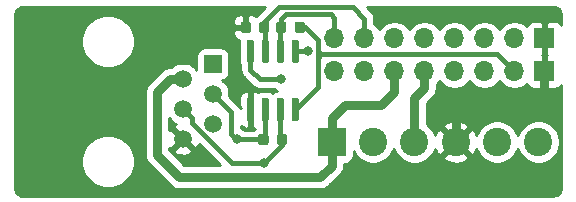
<source format=gbr>
G04 #@! TF.GenerationSoftware,KiCad,Pcbnew,(5.1.5)-3*
G04 #@! TF.CreationDate,2020-08-06T15:18:21+10:00*
G04 #@! TF.ProjectId,USART_BoSL_Bus,55534152-545f-4426-9f53-4c5f4275732e,rev 0.1.1*
G04 #@! TF.SameCoordinates,Original*
G04 #@! TF.FileFunction,Copper,L1,Top*
G04 #@! TF.FilePolarity,Positive*
%FSLAX46Y46*%
G04 Gerber Fmt 4.6, Leading zero omitted, Abs format (unit mm)*
G04 Created by KiCad (PCBNEW (5.1.5)-3) date 2020-08-06 15:18:21*
%MOMM*%
%LPD*%
G04 APERTURE LIST*
%ADD10O,1.700000X1.700000*%
%ADD11R,1.700000X1.700000*%
%ADD12C,2.400000*%
%ADD13R,2.400000X2.400000*%
%ADD14C,0.150000*%
%ADD15R,1.520000X1.520000*%
%ADD16C,1.520000*%
%ADD17C,0.800000*%
%ADD18C,0.800000*%
%ADD19C,0.400000*%
%ADD20C,0.254000*%
G04 APERTURE END LIST*
D10*
X133220000Y-118745000D03*
X135760000Y-118745000D03*
X138300000Y-118745000D03*
X140840000Y-118745000D03*
X143380000Y-118745000D03*
X145920000Y-118745000D03*
X148460000Y-118745000D03*
D11*
X151000000Y-118745000D03*
D10*
X133220000Y-115951000D03*
X135760000Y-115951000D03*
X138300000Y-115951000D03*
X140840000Y-115951000D03*
X143380000Y-115951000D03*
X145920000Y-115951000D03*
X148460000Y-115951000D03*
D11*
X151000000Y-115951000D03*
D12*
X150500000Y-124714000D03*
X147000000Y-124714000D03*
X143500000Y-124714000D03*
X140000000Y-124714000D03*
X136500000Y-124714000D03*
D13*
X133000000Y-124714000D03*
G04 #@! TA.AperFunction,SMDPad,CuDef*
D14*
G36*
X130069703Y-121000722D02*
G01*
X130084264Y-121002882D01*
X130098543Y-121006459D01*
X130112403Y-121011418D01*
X130125710Y-121017712D01*
X130138336Y-121025280D01*
X130150159Y-121034048D01*
X130161066Y-121043934D01*
X130170952Y-121054841D01*
X130179720Y-121066664D01*
X130187288Y-121079290D01*
X130193582Y-121092597D01*
X130198541Y-121106457D01*
X130202118Y-121120736D01*
X130204278Y-121135297D01*
X130205000Y-121150000D01*
X130205000Y-122800000D01*
X130204278Y-122814703D01*
X130202118Y-122829264D01*
X130198541Y-122843543D01*
X130193582Y-122857403D01*
X130187288Y-122870710D01*
X130179720Y-122883336D01*
X130170952Y-122895159D01*
X130161066Y-122906066D01*
X130150159Y-122915952D01*
X130138336Y-122924720D01*
X130125710Y-122932288D01*
X130112403Y-122938582D01*
X130098543Y-122943541D01*
X130084264Y-122947118D01*
X130069703Y-122949278D01*
X130055000Y-122950000D01*
X129755000Y-122950000D01*
X129740297Y-122949278D01*
X129725736Y-122947118D01*
X129711457Y-122943541D01*
X129697597Y-122938582D01*
X129684290Y-122932288D01*
X129671664Y-122924720D01*
X129659841Y-122915952D01*
X129648934Y-122906066D01*
X129639048Y-122895159D01*
X129630280Y-122883336D01*
X129622712Y-122870710D01*
X129616418Y-122857403D01*
X129611459Y-122843543D01*
X129607882Y-122829264D01*
X129605722Y-122814703D01*
X129605000Y-122800000D01*
X129605000Y-121150000D01*
X129605722Y-121135297D01*
X129607882Y-121120736D01*
X129611459Y-121106457D01*
X129616418Y-121092597D01*
X129622712Y-121079290D01*
X129630280Y-121066664D01*
X129639048Y-121054841D01*
X129648934Y-121043934D01*
X129659841Y-121034048D01*
X129671664Y-121025280D01*
X129684290Y-121017712D01*
X129697597Y-121011418D01*
X129711457Y-121006459D01*
X129725736Y-121002882D01*
X129740297Y-121000722D01*
X129755000Y-121000000D01*
X130055000Y-121000000D01*
X130069703Y-121000722D01*
G37*
G04 #@! TD.AperFunction*
G04 #@! TA.AperFunction,SMDPad,CuDef*
G36*
X128799703Y-121000722D02*
G01*
X128814264Y-121002882D01*
X128828543Y-121006459D01*
X128842403Y-121011418D01*
X128855710Y-121017712D01*
X128868336Y-121025280D01*
X128880159Y-121034048D01*
X128891066Y-121043934D01*
X128900952Y-121054841D01*
X128909720Y-121066664D01*
X128917288Y-121079290D01*
X128923582Y-121092597D01*
X128928541Y-121106457D01*
X128932118Y-121120736D01*
X128934278Y-121135297D01*
X128935000Y-121150000D01*
X128935000Y-122800000D01*
X128934278Y-122814703D01*
X128932118Y-122829264D01*
X128928541Y-122843543D01*
X128923582Y-122857403D01*
X128917288Y-122870710D01*
X128909720Y-122883336D01*
X128900952Y-122895159D01*
X128891066Y-122906066D01*
X128880159Y-122915952D01*
X128868336Y-122924720D01*
X128855710Y-122932288D01*
X128842403Y-122938582D01*
X128828543Y-122943541D01*
X128814264Y-122947118D01*
X128799703Y-122949278D01*
X128785000Y-122950000D01*
X128485000Y-122950000D01*
X128470297Y-122949278D01*
X128455736Y-122947118D01*
X128441457Y-122943541D01*
X128427597Y-122938582D01*
X128414290Y-122932288D01*
X128401664Y-122924720D01*
X128389841Y-122915952D01*
X128378934Y-122906066D01*
X128369048Y-122895159D01*
X128360280Y-122883336D01*
X128352712Y-122870710D01*
X128346418Y-122857403D01*
X128341459Y-122843543D01*
X128337882Y-122829264D01*
X128335722Y-122814703D01*
X128335000Y-122800000D01*
X128335000Y-121150000D01*
X128335722Y-121135297D01*
X128337882Y-121120736D01*
X128341459Y-121106457D01*
X128346418Y-121092597D01*
X128352712Y-121079290D01*
X128360280Y-121066664D01*
X128369048Y-121054841D01*
X128378934Y-121043934D01*
X128389841Y-121034048D01*
X128401664Y-121025280D01*
X128414290Y-121017712D01*
X128427597Y-121011418D01*
X128441457Y-121006459D01*
X128455736Y-121002882D01*
X128470297Y-121000722D01*
X128485000Y-121000000D01*
X128785000Y-121000000D01*
X128799703Y-121000722D01*
G37*
G04 #@! TD.AperFunction*
G04 #@! TA.AperFunction,SMDPad,CuDef*
G36*
X127529703Y-121000722D02*
G01*
X127544264Y-121002882D01*
X127558543Y-121006459D01*
X127572403Y-121011418D01*
X127585710Y-121017712D01*
X127598336Y-121025280D01*
X127610159Y-121034048D01*
X127621066Y-121043934D01*
X127630952Y-121054841D01*
X127639720Y-121066664D01*
X127647288Y-121079290D01*
X127653582Y-121092597D01*
X127658541Y-121106457D01*
X127662118Y-121120736D01*
X127664278Y-121135297D01*
X127665000Y-121150000D01*
X127665000Y-122800000D01*
X127664278Y-122814703D01*
X127662118Y-122829264D01*
X127658541Y-122843543D01*
X127653582Y-122857403D01*
X127647288Y-122870710D01*
X127639720Y-122883336D01*
X127630952Y-122895159D01*
X127621066Y-122906066D01*
X127610159Y-122915952D01*
X127598336Y-122924720D01*
X127585710Y-122932288D01*
X127572403Y-122938582D01*
X127558543Y-122943541D01*
X127544264Y-122947118D01*
X127529703Y-122949278D01*
X127515000Y-122950000D01*
X127215000Y-122950000D01*
X127200297Y-122949278D01*
X127185736Y-122947118D01*
X127171457Y-122943541D01*
X127157597Y-122938582D01*
X127144290Y-122932288D01*
X127131664Y-122924720D01*
X127119841Y-122915952D01*
X127108934Y-122906066D01*
X127099048Y-122895159D01*
X127090280Y-122883336D01*
X127082712Y-122870710D01*
X127076418Y-122857403D01*
X127071459Y-122843543D01*
X127067882Y-122829264D01*
X127065722Y-122814703D01*
X127065000Y-122800000D01*
X127065000Y-121150000D01*
X127065722Y-121135297D01*
X127067882Y-121120736D01*
X127071459Y-121106457D01*
X127076418Y-121092597D01*
X127082712Y-121079290D01*
X127090280Y-121066664D01*
X127099048Y-121054841D01*
X127108934Y-121043934D01*
X127119841Y-121034048D01*
X127131664Y-121025280D01*
X127144290Y-121017712D01*
X127157597Y-121011418D01*
X127171457Y-121006459D01*
X127185736Y-121002882D01*
X127200297Y-121000722D01*
X127215000Y-121000000D01*
X127515000Y-121000000D01*
X127529703Y-121000722D01*
G37*
G04 #@! TD.AperFunction*
G04 #@! TA.AperFunction,SMDPad,CuDef*
G36*
X126259703Y-121000722D02*
G01*
X126274264Y-121002882D01*
X126288543Y-121006459D01*
X126302403Y-121011418D01*
X126315710Y-121017712D01*
X126328336Y-121025280D01*
X126340159Y-121034048D01*
X126351066Y-121043934D01*
X126360952Y-121054841D01*
X126369720Y-121066664D01*
X126377288Y-121079290D01*
X126383582Y-121092597D01*
X126388541Y-121106457D01*
X126392118Y-121120736D01*
X126394278Y-121135297D01*
X126395000Y-121150000D01*
X126395000Y-122800000D01*
X126394278Y-122814703D01*
X126392118Y-122829264D01*
X126388541Y-122843543D01*
X126383582Y-122857403D01*
X126377288Y-122870710D01*
X126369720Y-122883336D01*
X126360952Y-122895159D01*
X126351066Y-122906066D01*
X126340159Y-122915952D01*
X126328336Y-122924720D01*
X126315710Y-122932288D01*
X126302403Y-122938582D01*
X126288543Y-122943541D01*
X126274264Y-122947118D01*
X126259703Y-122949278D01*
X126245000Y-122950000D01*
X125945000Y-122950000D01*
X125930297Y-122949278D01*
X125915736Y-122947118D01*
X125901457Y-122943541D01*
X125887597Y-122938582D01*
X125874290Y-122932288D01*
X125861664Y-122924720D01*
X125849841Y-122915952D01*
X125838934Y-122906066D01*
X125829048Y-122895159D01*
X125820280Y-122883336D01*
X125812712Y-122870710D01*
X125806418Y-122857403D01*
X125801459Y-122843543D01*
X125797882Y-122829264D01*
X125795722Y-122814703D01*
X125795000Y-122800000D01*
X125795000Y-121150000D01*
X125795722Y-121135297D01*
X125797882Y-121120736D01*
X125801459Y-121106457D01*
X125806418Y-121092597D01*
X125812712Y-121079290D01*
X125820280Y-121066664D01*
X125829048Y-121054841D01*
X125838934Y-121043934D01*
X125849841Y-121034048D01*
X125861664Y-121025280D01*
X125874290Y-121017712D01*
X125887597Y-121011418D01*
X125901457Y-121006459D01*
X125915736Y-121002882D01*
X125930297Y-121000722D01*
X125945000Y-121000000D01*
X126245000Y-121000000D01*
X126259703Y-121000722D01*
G37*
G04 #@! TD.AperFunction*
G04 #@! TA.AperFunction,SMDPad,CuDef*
G36*
X126259703Y-116050722D02*
G01*
X126274264Y-116052882D01*
X126288543Y-116056459D01*
X126302403Y-116061418D01*
X126315710Y-116067712D01*
X126328336Y-116075280D01*
X126340159Y-116084048D01*
X126351066Y-116093934D01*
X126360952Y-116104841D01*
X126369720Y-116116664D01*
X126377288Y-116129290D01*
X126383582Y-116142597D01*
X126388541Y-116156457D01*
X126392118Y-116170736D01*
X126394278Y-116185297D01*
X126395000Y-116200000D01*
X126395000Y-117850000D01*
X126394278Y-117864703D01*
X126392118Y-117879264D01*
X126388541Y-117893543D01*
X126383582Y-117907403D01*
X126377288Y-117920710D01*
X126369720Y-117933336D01*
X126360952Y-117945159D01*
X126351066Y-117956066D01*
X126340159Y-117965952D01*
X126328336Y-117974720D01*
X126315710Y-117982288D01*
X126302403Y-117988582D01*
X126288543Y-117993541D01*
X126274264Y-117997118D01*
X126259703Y-117999278D01*
X126245000Y-118000000D01*
X125945000Y-118000000D01*
X125930297Y-117999278D01*
X125915736Y-117997118D01*
X125901457Y-117993541D01*
X125887597Y-117988582D01*
X125874290Y-117982288D01*
X125861664Y-117974720D01*
X125849841Y-117965952D01*
X125838934Y-117956066D01*
X125829048Y-117945159D01*
X125820280Y-117933336D01*
X125812712Y-117920710D01*
X125806418Y-117907403D01*
X125801459Y-117893543D01*
X125797882Y-117879264D01*
X125795722Y-117864703D01*
X125795000Y-117850000D01*
X125795000Y-116200000D01*
X125795722Y-116185297D01*
X125797882Y-116170736D01*
X125801459Y-116156457D01*
X125806418Y-116142597D01*
X125812712Y-116129290D01*
X125820280Y-116116664D01*
X125829048Y-116104841D01*
X125838934Y-116093934D01*
X125849841Y-116084048D01*
X125861664Y-116075280D01*
X125874290Y-116067712D01*
X125887597Y-116061418D01*
X125901457Y-116056459D01*
X125915736Y-116052882D01*
X125930297Y-116050722D01*
X125945000Y-116050000D01*
X126245000Y-116050000D01*
X126259703Y-116050722D01*
G37*
G04 #@! TD.AperFunction*
G04 #@! TA.AperFunction,SMDPad,CuDef*
G36*
X127529703Y-116050722D02*
G01*
X127544264Y-116052882D01*
X127558543Y-116056459D01*
X127572403Y-116061418D01*
X127585710Y-116067712D01*
X127598336Y-116075280D01*
X127610159Y-116084048D01*
X127621066Y-116093934D01*
X127630952Y-116104841D01*
X127639720Y-116116664D01*
X127647288Y-116129290D01*
X127653582Y-116142597D01*
X127658541Y-116156457D01*
X127662118Y-116170736D01*
X127664278Y-116185297D01*
X127665000Y-116200000D01*
X127665000Y-117850000D01*
X127664278Y-117864703D01*
X127662118Y-117879264D01*
X127658541Y-117893543D01*
X127653582Y-117907403D01*
X127647288Y-117920710D01*
X127639720Y-117933336D01*
X127630952Y-117945159D01*
X127621066Y-117956066D01*
X127610159Y-117965952D01*
X127598336Y-117974720D01*
X127585710Y-117982288D01*
X127572403Y-117988582D01*
X127558543Y-117993541D01*
X127544264Y-117997118D01*
X127529703Y-117999278D01*
X127515000Y-118000000D01*
X127215000Y-118000000D01*
X127200297Y-117999278D01*
X127185736Y-117997118D01*
X127171457Y-117993541D01*
X127157597Y-117988582D01*
X127144290Y-117982288D01*
X127131664Y-117974720D01*
X127119841Y-117965952D01*
X127108934Y-117956066D01*
X127099048Y-117945159D01*
X127090280Y-117933336D01*
X127082712Y-117920710D01*
X127076418Y-117907403D01*
X127071459Y-117893543D01*
X127067882Y-117879264D01*
X127065722Y-117864703D01*
X127065000Y-117850000D01*
X127065000Y-116200000D01*
X127065722Y-116185297D01*
X127067882Y-116170736D01*
X127071459Y-116156457D01*
X127076418Y-116142597D01*
X127082712Y-116129290D01*
X127090280Y-116116664D01*
X127099048Y-116104841D01*
X127108934Y-116093934D01*
X127119841Y-116084048D01*
X127131664Y-116075280D01*
X127144290Y-116067712D01*
X127157597Y-116061418D01*
X127171457Y-116056459D01*
X127185736Y-116052882D01*
X127200297Y-116050722D01*
X127215000Y-116050000D01*
X127515000Y-116050000D01*
X127529703Y-116050722D01*
G37*
G04 #@! TD.AperFunction*
G04 #@! TA.AperFunction,SMDPad,CuDef*
G36*
X128799703Y-116050722D02*
G01*
X128814264Y-116052882D01*
X128828543Y-116056459D01*
X128842403Y-116061418D01*
X128855710Y-116067712D01*
X128868336Y-116075280D01*
X128880159Y-116084048D01*
X128891066Y-116093934D01*
X128900952Y-116104841D01*
X128909720Y-116116664D01*
X128917288Y-116129290D01*
X128923582Y-116142597D01*
X128928541Y-116156457D01*
X128932118Y-116170736D01*
X128934278Y-116185297D01*
X128935000Y-116200000D01*
X128935000Y-117850000D01*
X128934278Y-117864703D01*
X128932118Y-117879264D01*
X128928541Y-117893543D01*
X128923582Y-117907403D01*
X128917288Y-117920710D01*
X128909720Y-117933336D01*
X128900952Y-117945159D01*
X128891066Y-117956066D01*
X128880159Y-117965952D01*
X128868336Y-117974720D01*
X128855710Y-117982288D01*
X128842403Y-117988582D01*
X128828543Y-117993541D01*
X128814264Y-117997118D01*
X128799703Y-117999278D01*
X128785000Y-118000000D01*
X128485000Y-118000000D01*
X128470297Y-117999278D01*
X128455736Y-117997118D01*
X128441457Y-117993541D01*
X128427597Y-117988582D01*
X128414290Y-117982288D01*
X128401664Y-117974720D01*
X128389841Y-117965952D01*
X128378934Y-117956066D01*
X128369048Y-117945159D01*
X128360280Y-117933336D01*
X128352712Y-117920710D01*
X128346418Y-117907403D01*
X128341459Y-117893543D01*
X128337882Y-117879264D01*
X128335722Y-117864703D01*
X128335000Y-117850000D01*
X128335000Y-116200000D01*
X128335722Y-116185297D01*
X128337882Y-116170736D01*
X128341459Y-116156457D01*
X128346418Y-116142597D01*
X128352712Y-116129290D01*
X128360280Y-116116664D01*
X128369048Y-116104841D01*
X128378934Y-116093934D01*
X128389841Y-116084048D01*
X128401664Y-116075280D01*
X128414290Y-116067712D01*
X128427597Y-116061418D01*
X128441457Y-116056459D01*
X128455736Y-116052882D01*
X128470297Y-116050722D01*
X128485000Y-116050000D01*
X128785000Y-116050000D01*
X128799703Y-116050722D01*
G37*
G04 #@! TD.AperFunction*
G04 #@! TA.AperFunction,SMDPad,CuDef*
G36*
X130069703Y-116050722D02*
G01*
X130084264Y-116052882D01*
X130098543Y-116056459D01*
X130112403Y-116061418D01*
X130125710Y-116067712D01*
X130138336Y-116075280D01*
X130150159Y-116084048D01*
X130161066Y-116093934D01*
X130170952Y-116104841D01*
X130179720Y-116116664D01*
X130187288Y-116129290D01*
X130193582Y-116142597D01*
X130198541Y-116156457D01*
X130202118Y-116170736D01*
X130204278Y-116185297D01*
X130205000Y-116200000D01*
X130205000Y-117850000D01*
X130204278Y-117864703D01*
X130202118Y-117879264D01*
X130198541Y-117893543D01*
X130193582Y-117907403D01*
X130187288Y-117920710D01*
X130179720Y-117933336D01*
X130170952Y-117945159D01*
X130161066Y-117956066D01*
X130150159Y-117965952D01*
X130138336Y-117974720D01*
X130125710Y-117982288D01*
X130112403Y-117988582D01*
X130098543Y-117993541D01*
X130084264Y-117997118D01*
X130069703Y-117999278D01*
X130055000Y-118000000D01*
X129755000Y-118000000D01*
X129740297Y-117999278D01*
X129725736Y-117997118D01*
X129711457Y-117993541D01*
X129697597Y-117988582D01*
X129684290Y-117982288D01*
X129671664Y-117974720D01*
X129659841Y-117965952D01*
X129648934Y-117956066D01*
X129639048Y-117945159D01*
X129630280Y-117933336D01*
X129622712Y-117920710D01*
X129616418Y-117907403D01*
X129611459Y-117893543D01*
X129607882Y-117879264D01*
X129605722Y-117864703D01*
X129605000Y-117850000D01*
X129605000Y-116200000D01*
X129605722Y-116185297D01*
X129607882Y-116170736D01*
X129611459Y-116156457D01*
X129616418Y-116142597D01*
X129622712Y-116129290D01*
X129630280Y-116116664D01*
X129639048Y-116104841D01*
X129648934Y-116093934D01*
X129659841Y-116084048D01*
X129671664Y-116075280D01*
X129684290Y-116067712D01*
X129697597Y-116061418D01*
X129711457Y-116056459D01*
X129725736Y-116052882D01*
X129740297Y-116050722D01*
X129755000Y-116050000D01*
X130055000Y-116050000D01*
X130069703Y-116050722D01*
G37*
G04 #@! TD.AperFunction*
G04 #@! TA.AperFunction,SMDPad,CuDef*
G36*
X127527691Y-114526053D02*
G01*
X127548926Y-114529203D01*
X127569750Y-114534419D01*
X127589962Y-114541651D01*
X127609368Y-114550830D01*
X127627781Y-114561866D01*
X127645024Y-114574654D01*
X127660930Y-114589070D01*
X127675346Y-114604976D01*
X127688134Y-114622219D01*
X127699170Y-114640632D01*
X127708349Y-114660038D01*
X127715581Y-114680250D01*
X127720797Y-114701074D01*
X127723947Y-114722309D01*
X127725000Y-114743750D01*
X127725000Y-115256250D01*
X127723947Y-115277691D01*
X127720797Y-115298926D01*
X127715581Y-115319750D01*
X127708349Y-115339962D01*
X127699170Y-115359368D01*
X127688134Y-115377781D01*
X127675346Y-115395024D01*
X127660930Y-115410930D01*
X127645024Y-115425346D01*
X127627781Y-115438134D01*
X127609368Y-115449170D01*
X127589962Y-115458349D01*
X127569750Y-115465581D01*
X127548926Y-115470797D01*
X127527691Y-115473947D01*
X127506250Y-115475000D01*
X127068750Y-115475000D01*
X127047309Y-115473947D01*
X127026074Y-115470797D01*
X127005250Y-115465581D01*
X126985038Y-115458349D01*
X126965632Y-115449170D01*
X126947219Y-115438134D01*
X126929976Y-115425346D01*
X126914070Y-115410930D01*
X126899654Y-115395024D01*
X126886866Y-115377781D01*
X126875830Y-115359368D01*
X126866651Y-115339962D01*
X126859419Y-115319750D01*
X126854203Y-115298926D01*
X126851053Y-115277691D01*
X126850000Y-115256250D01*
X126850000Y-114743750D01*
X126851053Y-114722309D01*
X126854203Y-114701074D01*
X126859419Y-114680250D01*
X126866651Y-114660038D01*
X126875830Y-114640632D01*
X126886866Y-114622219D01*
X126899654Y-114604976D01*
X126914070Y-114589070D01*
X126929976Y-114574654D01*
X126947219Y-114561866D01*
X126965632Y-114550830D01*
X126985038Y-114541651D01*
X127005250Y-114534419D01*
X127026074Y-114529203D01*
X127047309Y-114526053D01*
X127068750Y-114525000D01*
X127506250Y-114525000D01*
X127527691Y-114526053D01*
G37*
G04 #@! TD.AperFunction*
G04 #@! TA.AperFunction,SMDPad,CuDef*
G36*
X125952691Y-114526053D02*
G01*
X125973926Y-114529203D01*
X125994750Y-114534419D01*
X126014962Y-114541651D01*
X126034368Y-114550830D01*
X126052781Y-114561866D01*
X126070024Y-114574654D01*
X126085930Y-114589070D01*
X126100346Y-114604976D01*
X126113134Y-114622219D01*
X126124170Y-114640632D01*
X126133349Y-114660038D01*
X126140581Y-114680250D01*
X126145797Y-114701074D01*
X126148947Y-114722309D01*
X126150000Y-114743750D01*
X126150000Y-115256250D01*
X126148947Y-115277691D01*
X126145797Y-115298926D01*
X126140581Y-115319750D01*
X126133349Y-115339962D01*
X126124170Y-115359368D01*
X126113134Y-115377781D01*
X126100346Y-115395024D01*
X126085930Y-115410930D01*
X126070024Y-115425346D01*
X126052781Y-115438134D01*
X126034368Y-115449170D01*
X126014962Y-115458349D01*
X125994750Y-115465581D01*
X125973926Y-115470797D01*
X125952691Y-115473947D01*
X125931250Y-115475000D01*
X125493750Y-115475000D01*
X125472309Y-115473947D01*
X125451074Y-115470797D01*
X125430250Y-115465581D01*
X125410038Y-115458349D01*
X125390632Y-115449170D01*
X125372219Y-115438134D01*
X125354976Y-115425346D01*
X125339070Y-115410930D01*
X125324654Y-115395024D01*
X125311866Y-115377781D01*
X125300830Y-115359368D01*
X125291651Y-115339962D01*
X125284419Y-115319750D01*
X125279203Y-115298926D01*
X125276053Y-115277691D01*
X125275000Y-115256250D01*
X125275000Y-114743750D01*
X125276053Y-114722309D01*
X125279203Y-114701074D01*
X125284419Y-114680250D01*
X125291651Y-114660038D01*
X125300830Y-114640632D01*
X125311866Y-114622219D01*
X125324654Y-114604976D01*
X125339070Y-114589070D01*
X125354976Y-114574654D01*
X125372219Y-114561866D01*
X125390632Y-114550830D01*
X125410038Y-114541651D01*
X125430250Y-114534419D01*
X125451074Y-114529203D01*
X125472309Y-114526053D01*
X125493750Y-114525000D01*
X125931250Y-114525000D01*
X125952691Y-114526053D01*
G37*
G04 #@! TD.AperFunction*
G04 #@! TA.AperFunction,SMDPad,CuDef*
G36*
X130527691Y-114526053D02*
G01*
X130548926Y-114529203D01*
X130569750Y-114534419D01*
X130589962Y-114541651D01*
X130609368Y-114550830D01*
X130627781Y-114561866D01*
X130645024Y-114574654D01*
X130660930Y-114589070D01*
X130675346Y-114604976D01*
X130688134Y-114622219D01*
X130699170Y-114640632D01*
X130708349Y-114660038D01*
X130715581Y-114680250D01*
X130720797Y-114701074D01*
X130723947Y-114722309D01*
X130725000Y-114743750D01*
X130725000Y-115256250D01*
X130723947Y-115277691D01*
X130720797Y-115298926D01*
X130715581Y-115319750D01*
X130708349Y-115339962D01*
X130699170Y-115359368D01*
X130688134Y-115377781D01*
X130675346Y-115395024D01*
X130660930Y-115410930D01*
X130645024Y-115425346D01*
X130627781Y-115438134D01*
X130609368Y-115449170D01*
X130589962Y-115458349D01*
X130569750Y-115465581D01*
X130548926Y-115470797D01*
X130527691Y-115473947D01*
X130506250Y-115475000D01*
X130068750Y-115475000D01*
X130047309Y-115473947D01*
X130026074Y-115470797D01*
X130005250Y-115465581D01*
X129985038Y-115458349D01*
X129965632Y-115449170D01*
X129947219Y-115438134D01*
X129929976Y-115425346D01*
X129914070Y-115410930D01*
X129899654Y-115395024D01*
X129886866Y-115377781D01*
X129875830Y-115359368D01*
X129866651Y-115339962D01*
X129859419Y-115319750D01*
X129854203Y-115298926D01*
X129851053Y-115277691D01*
X129850000Y-115256250D01*
X129850000Y-114743750D01*
X129851053Y-114722309D01*
X129854203Y-114701074D01*
X129859419Y-114680250D01*
X129866651Y-114660038D01*
X129875830Y-114640632D01*
X129886866Y-114622219D01*
X129899654Y-114604976D01*
X129914070Y-114589070D01*
X129929976Y-114574654D01*
X129947219Y-114561866D01*
X129965632Y-114550830D01*
X129985038Y-114541651D01*
X130005250Y-114534419D01*
X130026074Y-114529203D01*
X130047309Y-114526053D01*
X130068750Y-114525000D01*
X130506250Y-114525000D01*
X130527691Y-114526053D01*
G37*
G04 #@! TD.AperFunction*
G04 #@! TA.AperFunction,SMDPad,CuDef*
G36*
X128952691Y-114526053D02*
G01*
X128973926Y-114529203D01*
X128994750Y-114534419D01*
X129014962Y-114541651D01*
X129034368Y-114550830D01*
X129052781Y-114561866D01*
X129070024Y-114574654D01*
X129085930Y-114589070D01*
X129100346Y-114604976D01*
X129113134Y-114622219D01*
X129124170Y-114640632D01*
X129133349Y-114660038D01*
X129140581Y-114680250D01*
X129145797Y-114701074D01*
X129148947Y-114722309D01*
X129150000Y-114743750D01*
X129150000Y-115256250D01*
X129148947Y-115277691D01*
X129145797Y-115298926D01*
X129140581Y-115319750D01*
X129133349Y-115339962D01*
X129124170Y-115359368D01*
X129113134Y-115377781D01*
X129100346Y-115395024D01*
X129085930Y-115410930D01*
X129070024Y-115425346D01*
X129052781Y-115438134D01*
X129034368Y-115449170D01*
X129014962Y-115458349D01*
X128994750Y-115465581D01*
X128973926Y-115470797D01*
X128952691Y-115473947D01*
X128931250Y-115475000D01*
X128493750Y-115475000D01*
X128472309Y-115473947D01*
X128451074Y-115470797D01*
X128430250Y-115465581D01*
X128410038Y-115458349D01*
X128390632Y-115449170D01*
X128372219Y-115438134D01*
X128354976Y-115425346D01*
X128339070Y-115410930D01*
X128324654Y-115395024D01*
X128311866Y-115377781D01*
X128300830Y-115359368D01*
X128291651Y-115339962D01*
X128284419Y-115319750D01*
X128279203Y-115298926D01*
X128276053Y-115277691D01*
X128275000Y-115256250D01*
X128275000Y-114743750D01*
X128276053Y-114722309D01*
X128279203Y-114701074D01*
X128284419Y-114680250D01*
X128291651Y-114660038D01*
X128300830Y-114640632D01*
X128311866Y-114622219D01*
X128324654Y-114604976D01*
X128339070Y-114589070D01*
X128354976Y-114574654D01*
X128372219Y-114561866D01*
X128390632Y-114550830D01*
X128410038Y-114541651D01*
X128430250Y-114534419D01*
X128451074Y-114529203D01*
X128472309Y-114526053D01*
X128493750Y-114525000D01*
X128931250Y-114525000D01*
X128952691Y-114526053D01*
G37*
G04 #@! TD.AperFunction*
G04 #@! TA.AperFunction,SMDPad,CuDef*
G36*
X127452691Y-124026053D02*
G01*
X127473926Y-124029203D01*
X127494750Y-124034419D01*
X127514962Y-124041651D01*
X127534368Y-124050830D01*
X127552781Y-124061866D01*
X127570024Y-124074654D01*
X127585930Y-124089070D01*
X127600346Y-124104976D01*
X127613134Y-124122219D01*
X127624170Y-124140632D01*
X127633349Y-124160038D01*
X127640581Y-124180250D01*
X127645797Y-124201074D01*
X127648947Y-124222309D01*
X127650000Y-124243750D01*
X127650000Y-124756250D01*
X127648947Y-124777691D01*
X127645797Y-124798926D01*
X127640581Y-124819750D01*
X127633349Y-124839962D01*
X127624170Y-124859368D01*
X127613134Y-124877781D01*
X127600346Y-124895024D01*
X127585930Y-124910930D01*
X127570024Y-124925346D01*
X127552781Y-124938134D01*
X127534368Y-124949170D01*
X127514962Y-124958349D01*
X127494750Y-124965581D01*
X127473926Y-124970797D01*
X127452691Y-124973947D01*
X127431250Y-124975000D01*
X126993750Y-124975000D01*
X126972309Y-124973947D01*
X126951074Y-124970797D01*
X126930250Y-124965581D01*
X126910038Y-124958349D01*
X126890632Y-124949170D01*
X126872219Y-124938134D01*
X126854976Y-124925346D01*
X126839070Y-124910930D01*
X126824654Y-124895024D01*
X126811866Y-124877781D01*
X126800830Y-124859368D01*
X126791651Y-124839962D01*
X126784419Y-124819750D01*
X126779203Y-124798926D01*
X126776053Y-124777691D01*
X126775000Y-124756250D01*
X126775000Y-124243750D01*
X126776053Y-124222309D01*
X126779203Y-124201074D01*
X126784419Y-124180250D01*
X126791651Y-124160038D01*
X126800830Y-124140632D01*
X126811866Y-124122219D01*
X126824654Y-124104976D01*
X126839070Y-124089070D01*
X126854976Y-124074654D01*
X126872219Y-124061866D01*
X126890632Y-124050830D01*
X126910038Y-124041651D01*
X126930250Y-124034419D01*
X126951074Y-124029203D01*
X126972309Y-124026053D01*
X126993750Y-124025000D01*
X127431250Y-124025000D01*
X127452691Y-124026053D01*
G37*
G04 #@! TD.AperFunction*
G04 #@! TA.AperFunction,SMDPad,CuDef*
G36*
X129027691Y-124026053D02*
G01*
X129048926Y-124029203D01*
X129069750Y-124034419D01*
X129089962Y-124041651D01*
X129109368Y-124050830D01*
X129127781Y-124061866D01*
X129145024Y-124074654D01*
X129160930Y-124089070D01*
X129175346Y-124104976D01*
X129188134Y-124122219D01*
X129199170Y-124140632D01*
X129208349Y-124160038D01*
X129215581Y-124180250D01*
X129220797Y-124201074D01*
X129223947Y-124222309D01*
X129225000Y-124243750D01*
X129225000Y-124756250D01*
X129223947Y-124777691D01*
X129220797Y-124798926D01*
X129215581Y-124819750D01*
X129208349Y-124839962D01*
X129199170Y-124859368D01*
X129188134Y-124877781D01*
X129175346Y-124895024D01*
X129160930Y-124910930D01*
X129145024Y-124925346D01*
X129127781Y-124938134D01*
X129109368Y-124949170D01*
X129089962Y-124958349D01*
X129069750Y-124965581D01*
X129048926Y-124970797D01*
X129027691Y-124973947D01*
X129006250Y-124975000D01*
X128568750Y-124975000D01*
X128547309Y-124973947D01*
X128526074Y-124970797D01*
X128505250Y-124965581D01*
X128485038Y-124958349D01*
X128465632Y-124949170D01*
X128447219Y-124938134D01*
X128429976Y-124925346D01*
X128414070Y-124910930D01*
X128399654Y-124895024D01*
X128386866Y-124877781D01*
X128375830Y-124859368D01*
X128366651Y-124839962D01*
X128359419Y-124819750D01*
X128354203Y-124798926D01*
X128351053Y-124777691D01*
X128350000Y-124756250D01*
X128350000Y-124243750D01*
X128351053Y-124222309D01*
X128354203Y-124201074D01*
X128359419Y-124180250D01*
X128366651Y-124160038D01*
X128375830Y-124140632D01*
X128386866Y-124122219D01*
X128399654Y-124104976D01*
X128414070Y-124089070D01*
X128429976Y-124074654D01*
X128447219Y-124061866D01*
X128465632Y-124050830D01*
X128485038Y-124041651D01*
X128505250Y-124034419D01*
X128526074Y-124029203D01*
X128547309Y-124026053D01*
X128568750Y-124025000D01*
X129006250Y-124025000D01*
X129027691Y-124026053D01*
G37*
G04 #@! TD.AperFunction*
D15*
X122936000Y-118110000D03*
D16*
X120396000Y-119380000D03*
X122936000Y-120650000D03*
X120396000Y-121920000D03*
X122936000Y-123190000D03*
X120396000Y-124460000D03*
D17*
X125000000Y-124500000D03*
X127262500Y-126500000D03*
X128700000Y-119400004D03*
X131000000Y-117000000D03*
D18*
X140000000Y-121000000D02*
X140000000Y-124714000D01*
X140840000Y-120160000D02*
X140000000Y-121000000D01*
X140840000Y-118745000D02*
X140840000Y-120160000D01*
X133000000Y-122714000D02*
X134114000Y-121600000D01*
X133000000Y-124714000D02*
X133000000Y-122714000D01*
X134114000Y-121600000D02*
X137200000Y-121600000D01*
X137200000Y-121600000D02*
X138300000Y-120500000D01*
X119320000Y-119380000D02*
X120396000Y-119380000D01*
X118200000Y-120500000D02*
X119320000Y-119380000D01*
X133000000Y-126714000D02*
X132014000Y-127700000D01*
X133000000Y-124714000D02*
X133000000Y-126714000D01*
X118200000Y-125800000D02*
X118200000Y-120500000D01*
X132014000Y-127700000D02*
X120100000Y-127700000D01*
X120100000Y-127700000D02*
X118200000Y-125800000D01*
X138300000Y-120500000D02*
X138300000Y-118745000D01*
D19*
X127365000Y-124347500D02*
X127212500Y-124500000D01*
X127365000Y-121975000D02*
X127365000Y-124347500D01*
X125000000Y-124500000D02*
X127212500Y-124500000D01*
X124500000Y-122214000D02*
X124500000Y-124000000D01*
X122936000Y-120650000D02*
X124500000Y-122214000D01*
X124500000Y-124000000D02*
X125000000Y-124500000D01*
X128635000Y-124347500D02*
X128787500Y-124500000D01*
X128635000Y-121975000D02*
X128635000Y-124347500D01*
X128787500Y-124975000D02*
X127262500Y-126500000D01*
X128787500Y-124500000D02*
X128787500Y-124975000D01*
X121155999Y-122679999D02*
X120396000Y-121920000D01*
X121155999Y-123126801D02*
X121155999Y-122679999D01*
X124529198Y-126500000D02*
X121155999Y-123126801D01*
X127262500Y-126500000D02*
X124529198Y-126500000D01*
X130725000Y-115000000D02*
X130287500Y-115000000D01*
X131800001Y-116075001D02*
X130725000Y-115000000D01*
X129905000Y-121975000D02*
X131800001Y-120079999D01*
X131800001Y-116799999D02*
X131800001Y-117000001D01*
X131800001Y-117299999D02*
X131800001Y-116799999D01*
X131800001Y-116799999D02*
X131800001Y-116075001D01*
X131800001Y-120079999D02*
X131800000Y-117600000D01*
X131800000Y-117600000D02*
X131800001Y-117299999D01*
X132100000Y-117300000D02*
X131800000Y-117600000D01*
X132100000Y-117300000D02*
X147014999Y-117299999D01*
X131800001Y-117299999D02*
X132100000Y-117300000D01*
X131800001Y-117000001D02*
X132100000Y-117300000D01*
X147014999Y-117299999D02*
X148460000Y-118745000D01*
X128635000Y-115077500D02*
X128712500Y-115000000D01*
X128635000Y-117025000D02*
X128635000Y-115077500D01*
X128712500Y-114287500D02*
X128712500Y-115000000D01*
X129100000Y-113900000D02*
X128712500Y-114287500D01*
X133220000Y-114220000D02*
X132900000Y-113900000D01*
X132900000Y-113900000D02*
X129100000Y-113900000D01*
X133220000Y-115951000D02*
X133220000Y-114220000D01*
X127365000Y-115077500D02*
X127287500Y-115000000D01*
X127365000Y-117025000D02*
X127365000Y-115077500D01*
X127287500Y-115000000D02*
X127287500Y-114525000D01*
X127287500Y-114525000D02*
X128512500Y-113300000D01*
X128512500Y-113300000D02*
X134800000Y-113300000D01*
X134800000Y-113300000D02*
X135760000Y-114260000D01*
X135760000Y-114260000D02*
X135760000Y-115951000D01*
X126900004Y-119400004D02*
X128134315Y-119400004D01*
X126095000Y-117025000D02*
X126095000Y-118595000D01*
X128134315Y-119400004D02*
X128700000Y-119400004D01*
X126095000Y-118595000D02*
X126900004Y-119400004D01*
D18*
X151000000Y-120395000D02*
X150095000Y-121300000D01*
X150095000Y-121300000D02*
X144700000Y-121300000D01*
X144700000Y-121300000D02*
X143500000Y-122500000D01*
X143500000Y-122500000D02*
X143500000Y-124714000D01*
X151000000Y-118745000D02*
X151000000Y-120395000D01*
D19*
X129905000Y-117025000D02*
X130975000Y-117025000D01*
X130975000Y-117025000D02*
X131000000Y-117000000D01*
D20*
G36*
X126726074Y-113905559D02*
G01*
X126694210Y-113931709D01*
X126627871Y-114012543D01*
X126592725Y-114031329D01*
X126571070Y-114049100D01*
X126504494Y-113994463D01*
X126394180Y-113935498D01*
X126274482Y-113899188D01*
X126150000Y-113886928D01*
X125998250Y-113890000D01*
X125839500Y-114048750D01*
X125839500Y-114873000D01*
X125859500Y-114873000D01*
X125859500Y-115127000D01*
X125839500Y-115127000D01*
X125839500Y-115147000D01*
X125585500Y-115147000D01*
X125585500Y-115127000D01*
X124798750Y-115127000D01*
X124640000Y-115285750D01*
X124636928Y-115475000D01*
X124649188Y-115599482D01*
X124685498Y-115719180D01*
X124744463Y-115829494D01*
X124823815Y-115926185D01*
X124920506Y-116005537D01*
X125030820Y-116064502D01*
X125150518Y-116100812D01*
X125166542Y-116102390D01*
X125156928Y-116200000D01*
X125156928Y-117850000D01*
X125172071Y-118003745D01*
X125216916Y-118151582D01*
X125260001Y-118232187D01*
X125260001Y-118553972D01*
X125255960Y-118595000D01*
X125272082Y-118758688D01*
X125319828Y-118916086D01*
X125397364Y-119061145D01*
X125397365Y-119061146D01*
X125501710Y-119188291D01*
X125533574Y-119214441D01*
X126280567Y-119961436D01*
X126306713Y-119993295D01*
X126338572Y-120019441D01*
X126338574Y-120019443D01*
X126364574Y-120040780D01*
X126433858Y-120097640D01*
X126578917Y-120175176D01*
X126736315Y-120222922D01*
X126858985Y-120235004D01*
X126858986Y-120235004D01*
X126900004Y-120239044D01*
X126941022Y-120235004D01*
X128086715Y-120235004D01*
X128209744Y-120317209D01*
X128349843Y-120375240D01*
X128331255Y-120377071D01*
X128183418Y-120421916D01*
X128047171Y-120494742D01*
X128000000Y-120533454D01*
X127952829Y-120494742D01*
X127816582Y-120421916D01*
X127668745Y-120377071D01*
X127515000Y-120361928D01*
X127215000Y-120361928D01*
X127061255Y-120377071D01*
X126913418Y-120421916D01*
X126779064Y-120493730D01*
X126749494Y-120469463D01*
X126639180Y-120410498D01*
X126519482Y-120374188D01*
X126395000Y-120361928D01*
X126380750Y-120365000D01*
X126222000Y-120523750D01*
X126222000Y-121848000D01*
X126242000Y-121848000D01*
X126242000Y-122102000D01*
X126222000Y-122102000D01*
X126222000Y-123426250D01*
X126380750Y-123585000D01*
X126395000Y-123588072D01*
X126455890Y-123582075D01*
X126387885Y-123637885D01*
X126365632Y-123665000D01*
X125613285Y-123665000D01*
X125490256Y-123582795D01*
X125335000Y-123518485D01*
X125335000Y-123390444D01*
X125343815Y-123401185D01*
X125440506Y-123480537D01*
X125550820Y-123539502D01*
X125670518Y-123575812D01*
X125795000Y-123588072D01*
X125809250Y-123585000D01*
X125968000Y-123426250D01*
X125968000Y-122102000D01*
X125948000Y-122102000D01*
X125948000Y-121848000D01*
X125968000Y-121848000D01*
X125968000Y-120523750D01*
X125809250Y-120365000D01*
X125795000Y-120361928D01*
X125670518Y-120374188D01*
X125550820Y-120410498D01*
X125440506Y-120469463D01*
X125343815Y-120548815D01*
X125264463Y-120645506D01*
X125205498Y-120755820D01*
X125169188Y-120875518D01*
X125156928Y-121000000D01*
X125160000Y-121689250D01*
X125318748Y-121847998D01*
X125251164Y-121847998D01*
X125197636Y-121747854D01*
X125185911Y-121733567D01*
X125093291Y-121620709D01*
X125061428Y-121594560D01*
X124318269Y-120851401D01*
X124331000Y-120787396D01*
X124331000Y-120512604D01*
X124277391Y-120243093D01*
X124172233Y-119989220D01*
X124019567Y-119760739D01*
X123825261Y-119566433D01*
X123732533Y-119504474D01*
X123820482Y-119495812D01*
X123940180Y-119459502D01*
X124050494Y-119400537D01*
X124147185Y-119321185D01*
X124226537Y-119224494D01*
X124285502Y-119114180D01*
X124321812Y-118994482D01*
X124334072Y-118870000D01*
X124334072Y-117350000D01*
X124321812Y-117225518D01*
X124285502Y-117105820D01*
X124226537Y-116995506D01*
X124147185Y-116898815D01*
X124050494Y-116819463D01*
X123940180Y-116760498D01*
X123820482Y-116724188D01*
X123696000Y-116711928D01*
X122176000Y-116711928D01*
X122051518Y-116724188D01*
X121931820Y-116760498D01*
X121821506Y-116819463D01*
X121724815Y-116898815D01*
X121645463Y-116995506D01*
X121586498Y-117105820D01*
X121550188Y-117225518D01*
X121537928Y-117350000D01*
X121537928Y-118578082D01*
X121479567Y-118490739D01*
X121285261Y-118296433D01*
X121056780Y-118143767D01*
X120802907Y-118038609D01*
X120533396Y-117985000D01*
X120258604Y-117985000D01*
X119989093Y-118038609D01*
X119735220Y-118143767D01*
X119506739Y-118296433D01*
X119458172Y-118345000D01*
X119370827Y-118345000D01*
X119319999Y-118339994D01*
X119269171Y-118345000D01*
X119269162Y-118345000D01*
X119117105Y-118359976D01*
X118922007Y-118419159D01*
X118847002Y-118459250D01*
X118742202Y-118515266D01*
X118624092Y-118612197D01*
X118584604Y-118644604D01*
X118552197Y-118684092D01*
X117504093Y-119732197D01*
X117464605Y-119764604D01*
X117432198Y-119804092D01*
X117432197Y-119804093D01*
X117335266Y-119922203D01*
X117239160Y-120102007D01*
X117179977Y-120297105D01*
X117159994Y-120500000D01*
X117165001Y-120550837D01*
X117165000Y-125749172D01*
X117159994Y-125800000D01*
X117165000Y-125850828D01*
X117165000Y-125850837D01*
X117179976Y-126002894D01*
X117239159Y-126197992D01*
X117335266Y-126377797D01*
X117464604Y-126535396D01*
X117504097Y-126567807D01*
X119332197Y-128395908D01*
X119364604Y-128435396D01*
X119404092Y-128467803D01*
X119522202Y-128564734D01*
X119574067Y-128592456D01*
X119702007Y-128660841D01*
X119897105Y-128720024D01*
X120049162Y-128735000D01*
X120049165Y-128735000D01*
X120100000Y-128740007D01*
X120150835Y-128735000D01*
X131963172Y-128735000D01*
X132014000Y-128740006D01*
X132064828Y-128735000D01*
X132064838Y-128735000D01*
X132216895Y-128720024D01*
X132411993Y-128660841D01*
X132591797Y-128564734D01*
X132749396Y-128435396D01*
X132781807Y-128395903D01*
X133695908Y-127481803D01*
X133735396Y-127449396D01*
X133825963Y-127339040D01*
X133864734Y-127291798D01*
X133960841Y-127111994D01*
X133993572Y-127004093D01*
X134020024Y-126916895D01*
X134035000Y-126764838D01*
X134035000Y-126764835D01*
X134040007Y-126714000D01*
X134035000Y-126663165D01*
X134035000Y-126552072D01*
X134200000Y-126552072D01*
X134324482Y-126539812D01*
X134444180Y-126503502D01*
X134554494Y-126444537D01*
X134651185Y-126365185D01*
X134730537Y-126268494D01*
X134789502Y-126158180D01*
X134825812Y-126038482D01*
X134838072Y-125914000D01*
X134838072Y-125496838D01*
X134873844Y-125583199D01*
X135074662Y-125883744D01*
X135330256Y-126139338D01*
X135630801Y-126340156D01*
X135964750Y-126478482D01*
X136319268Y-126549000D01*
X136680732Y-126549000D01*
X137035250Y-126478482D01*
X137369199Y-126340156D01*
X137669744Y-126139338D01*
X137925338Y-125883744D01*
X138126156Y-125583199D01*
X138250000Y-125284213D01*
X138373844Y-125583199D01*
X138574662Y-125883744D01*
X138830256Y-126139338D01*
X139130801Y-126340156D01*
X139464750Y-126478482D01*
X139819268Y-126549000D01*
X140180732Y-126549000D01*
X140535250Y-126478482D01*
X140869199Y-126340156D01*
X141169744Y-126139338D01*
X141317102Y-125991980D01*
X142401626Y-125991980D01*
X142521514Y-126276836D01*
X142845210Y-126437699D01*
X143194069Y-126532322D01*
X143554684Y-126557067D01*
X143913198Y-126510985D01*
X144255833Y-126395846D01*
X144478486Y-126276836D01*
X144598374Y-125991980D01*
X143500000Y-124893605D01*
X142401626Y-125991980D01*
X141317102Y-125991980D01*
X141425338Y-125883744D01*
X141626156Y-125583199D01*
X141753190Y-125276511D01*
X141818154Y-125469833D01*
X141937164Y-125692486D01*
X142222020Y-125812374D01*
X143320395Y-124714000D01*
X143679605Y-124714000D01*
X144777980Y-125812374D01*
X145062836Y-125692486D01*
X145223699Y-125368790D01*
X145247969Y-125279310D01*
X145373844Y-125583199D01*
X145574662Y-125883744D01*
X145830256Y-126139338D01*
X146130801Y-126340156D01*
X146464750Y-126478482D01*
X146819268Y-126549000D01*
X147180732Y-126549000D01*
X147535250Y-126478482D01*
X147869199Y-126340156D01*
X148169744Y-126139338D01*
X148425338Y-125883744D01*
X148626156Y-125583199D01*
X148750000Y-125284213D01*
X148873844Y-125583199D01*
X149074662Y-125883744D01*
X149330256Y-126139338D01*
X149630801Y-126340156D01*
X149964750Y-126478482D01*
X150319268Y-126549000D01*
X150680732Y-126549000D01*
X151035250Y-126478482D01*
X151369199Y-126340156D01*
X151669744Y-126139338D01*
X151925338Y-125883744D01*
X152126156Y-125583199D01*
X152264482Y-125249250D01*
X152335000Y-124894732D01*
X152335000Y-124533268D01*
X152264482Y-124178750D01*
X152126156Y-123844801D01*
X151925338Y-123544256D01*
X151669744Y-123288662D01*
X151369199Y-123087844D01*
X151035250Y-122949518D01*
X150680732Y-122879000D01*
X150319268Y-122879000D01*
X149964750Y-122949518D01*
X149630801Y-123087844D01*
X149330256Y-123288662D01*
X149074662Y-123544256D01*
X148873844Y-123844801D01*
X148750000Y-124143787D01*
X148626156Y-123844801D01*
X148425338Y-123544256D01*
X148169744Y-123288662D01*
X147869199Y-123087844D01*
X147535250Y-122949518D01*
X147180732Y-122879000D01*
X146819268Y-122879000D01*
X146464750Y-122949518D01*
X146130801Y-123087844D01*
X145830256Y-123288662D01*
X145574662Y-123544256D01*
X145373844Y-123844801D01*
X145246810Y-124151489D01*
X145181846Y-123958167D01*
X145062836Y-123735514D01*
X144777980Y-123615626D01*
X143679605Y-124714000D01*
X143320395Y-124714000D01*
X142222020Y-123615626D01*
X141937164Y-123735514D01*
X141776301Y-124059210D01*
X141752031Y-124148690D01*
X141626156Y-123844801D01*
X141425338Y-123544256D01*
X141317102Y-123436020D01*
X142401626Y-123436020D01*
X143500000Y-124534395D01*
X144598374Y-123436020D01*
X144478486Y-123151164D01*
X144154790Y-122990301D01*
X143805931Y-122895678D01*
X143445316Y-122870933D01*
X143086802Y-122917015D01*
X142744167Y-123032154D01*
X142521514Y-123151164D01*
X142401626Y-123436020D01*
X141317102Y-123436020D01*
X141169744Y-123288662D01*
X141035000Y-123198629D01*
X141035000Y-121428710D01*
X141535908Y-120927803D01*
X141575396Y-120895396D01*
X141642452Y-120813688D01*
X141704734Y-120737798D01*
X141769711Y-120616233D01*
X141800841Y-120557993D01*
X141860024Y-120362895D01*
X141875000Y-120210838D01*
X141875000Y-120210829D01*
X141880006Y-120160001D01*
X141875000Y-120109173D01*
X141875000Y-119810107D01*
X141993475Y-119691632D01*
X142110000Y-119517240D01*
X142226525Y-119691632D01*
X142433368Y-119898475D01*
X142676589Y-120060990D01*
X142946842Y-120172932D01*
X143233740Y-120230000D01*
X143526260Y-120230000D01*
X143813158Y-120172932D01*
X144083411Y-120060990D01*
X144326632Y-119898475D01*
X144533475Y-119691632D01*
X144650000Y-119517240D01*
X144766525Y-119691632D01*
X144973368Y-119898475D01*
X145216589Y-120060990D01*
X145486842Y-120172932D01*
X145773740Y-120230000D01*
X146066260Y-120230000D01*
X146353158Y-120172932D01*
X146623411Y-120060990D01*
X146866632Y-119898475D01*
X147073475Y-119691632D01*
X147190000Y-119517240D01*
X147306525Y-119691632D01*
X147513368Y-119898475D01*
X147756589Y-120060990D01*
X148026842Y-120172932D01*
X148313740Y-120230000D01*
X148606260Y-120230000D01*
X148893158Y-120172932D01*
X149163411Y-120060990D01*
X149406632Y-119898475D01*
X149538487Y-119766620D01*
X149560498Y-119839180D01*
X149619463Y-119949494D01*
X149698815Y-120046185D01*
X149795506Y-120125537D01*
X149905820Y-120184502D01*
X150025518Y-120220812D01*
X150150000Y-120233072D01*
X150714250Y-120230000D01*
X150873000Y-120071250D01*
X150873000Y-118872000D01*
X150853000Y-118872000D01*
X150853000Y-118618000D01*
X150873000Y-118618000D01*
X150873000Y-117418750D01*
X150802250Y-117348000D01*
X150873000Y-117277250D01*
X150873000Y-116078000D01*
X150853000Y-116078000D01*
X150853000Y-115824000D01*
X150873000Y-115824000D01*
X150873000Y-114624750D01*
X150714250Y-114466000D01*
X150150000Y-114462928D01*
X150025518Y-114475188D01*
X149905820Y-114511498D01*
X149795506Y-114570463D01*
X149698815Y-114649815D01*
X149619463Y-114746506D01*
X149560498Y-114856820D01*
X149538487Y-114929380D01*
X149406632Y-114797525D01*
X149163411Y-114635010D01*
X148893158Y-114523068D01*
X148606260Y-114466000D01*
X148313740Y-114466000D01*
X148026842Y-114523068D01*
X147756589Y-114635010D01*
X147513368Y-114797525D01*
X147306525Y-115004368D01*
X147190000Y-115178760D01*
X147073475Y-115004368D01*
X146866632Y-114797525D01*
X146623411Y-114635010D01*
X146353158Y-114523068D01*
X146066260Y-114466000D01*
X145773740Y-114466000D01*
X145486842Y-114523068D01*
X145216589Y-114635010D01*
X144973368Y-114797525D01*
X144766525Y-115004368D01*
X144650000Y-115178760D01*
X144533475Y-115004368D01*
X144326632Y-114797525D01*
X144083411Y-114635010D01*
X143813158Y-114523068D01*
X143526260Y-114466000D01*
X143233740Y-114466000D01*
X142946842Y-114523068D01*
X142676589Y-114635010D01*
X142433368Y-114797525D01*
X142226525Y-115004368D01*
X142110000Y-115178760D01*
X141993475Y-115004368D01*
X141786632Y-114797525D01*
X141543411Y-114635010D01*
X141273158Y-114523068D01*
X140986260Y-114466000D01*
X140693740Y-114466000D01*
X140406842Y-114523068D01*
X140136589Y-114635010D01*
X139893368Y-114797525D01*
X139686525Y-115004368D01*
X139570000Y-115178760D01*
X139453475Y-115004368D01*
X139246632Y-114797525D01*
X139003411Y-114635010D01*
X138733158Y-114523068D01*
X138446260Y-114466000D01*
X138153740Y-114466000D01*
X137866842Y-114523068D01*
X137596589Y-114635010D01*
X137353368Y-114797525D01*
X137146525Y-115004368D01*
X137030000Y-115178760D01*
X136913475Y-115004368D01*
X136706632Y-114797525D01*
X136595000Y-114722935D01*
X136595000Y-114301018D01*
X136599040Y-114259999D01*
X136582918Y-114096311D01*
X136535172Y-113938913D01*
X136457636Y-113793854D01*
X136434896Y-113766145D01*
X136353291Y-113666709D01*
X136321428Y-113640560D01*
X135989868Y-113309000D01*
X151763721Y-113309000D01*
X151913869Y-113323722D01*
X152027246Y-113357953D01*
X152131819Y-113413555D01*
X152223596Y-113488407D01*
X152299091Y-113579664D01*
X152355419Y-113683844D01*
X152390440Y-113796976D01*
X152406001Y-113945031D01*
X152406001Y-114794145D01*
X152380537Y-114746506D01*
X152301185Y-114649815D01*
X152204494Y-114570463D01*
X152094180Y-114511498D01*
X151974482Y-114475188D01*
X151850000Y-114462928D01*
X151285750Y-114466000D01*
X151127000Y-114624750D01*
X151127000Y-115824000D01*
X151147000Y-115824000D01*
X151147000Y-116078000D01*
X151127000Y-116078000D01*
X151127000Y-117277250D01*
X151197750Y-117348000D01*
X151127000Y-117418750D01*
X151127000Y-118618000D01*
X151147000Y-118618000D01*
X151147000Y-118872000D01*
X151127000Y-118872000D01*
X151127000Y-120071250D01*
X151285750Y-120230000D01*
X151850000Y-120233072D01*
X151974482Y-120220812D01*
X152094180Y-120184502D01*
X152204494Y-120125537D01*
X152301185Y-120046185D01*
X152380537Y-119949494D01*
X152406001Y-119901856D01*
X152406000Y-128618721D01*
X152391278Y-128768869D01*
X152357047Y-128882246D01*
X152301446Y-128986817D01*
X152226594Y-129078595D01*
X152135335Y-129154091D01*
X152031160Y-129210419D01*
X151918024Y-129245440D01*
X151769979Y-129261000D01*
X106839279Y-129261000D01*
X106689131Y-129246278D01*
X106575754Y-129212047D01*
X106471183Y-129156446D01*
X106379405Y-129081594D01*
X106303909Y-128990335D01*
X106247581Y-128886160D01*
X106212560Y-128773024D01*
X106197000Y-128624979D01*
X106197000Y-126137409D01*
X111786000Y-126137409D01*
X111786000Y-126582591D01*
X111872851Y-127019218D01*
X112043214Y-127430511D01*
X112290544Y-127800666D01*
X112605334Y-128115456D01*
X112975489Y-128362786D01*
X113386782Y-128533149D01*
X113823409Y-128620000D01*
X114268591Y-128620000D01*
X114705218Y-128533149D01*
X115116511Y-128362786D01*
X115486666Y-128115456D01*
X115801456Y-127800666D01*
X116048786Y-127430511D01*
X116219149Y-127019218D01*
X116306000Y-126582591D01*
X116306000Y-126137409D01*
X116219149Y-125700782D01*
X116048786Y-125289489D01*
X115801456Y-124919334D01*
X115486666Y-124604544D01*
X115116511Y-124357214D01*
X114705218Y-124186851D01*
X114268591Y-124100000D01*
X113823409Y-124100000D01*
X113386782Y-124186851D01*
X112975489Y-124357214D01*
X112605334Y-124604544D01*
X112290544Y-124919334D01*
X112043214Y-125289489D01*
X111872851Y-125700782D01*
X111786000Y-126137409D01*
X106197000Y-126137409D01*
X106197000Y-115977409D01*
X111786000Y-115977409D01*
X111786000Y-116422591D01*
X111872851Y-116859218D01*
X112043214Y-117270511D01*
X112290544Y-117640666D01*
X112605334Y-117955456D01*
X112975489Y-118202786D01*
X113386782Y-118373149D01*
X113823409Y-118460000D01*
X114268591Y-118460000D01*
X114705218Y-118373149D01*
X115116511Y-118202786D01*
X115486666Y-117955456D01*
X115801456Y-117640666D01*
X116048786Y-117270511D01*
X116219149Y-116859218D01*
X116306000Y-116422591D01*
X116306000Y-115977409D01*
X116219149Y-115540782D01*
X116048786Y-115129489D01*
X115801456Y-114759334D01*
X115567122Y-114525000D01*
X124636928Y-114525000D01*
X124640000Y-114714250D01*
X124798750Y-114873000D01*
X125585500Y-114873000D01*
X125585500Y-114048750D01*
X125426750Y-113890000D01*
X125275000Y-113886928D01*
X125150518Y-113899188D01*
X125030820Y-113935498D01*
X124920506Y-113994463D01*
X124823815Y-114073815D01*
X124744463Y-114170506D01*
X124685498Y-114280820D01*
X124649188Y-114400518D01*
X124636928Y-114525000D01*
X115567122Y-114525000D01*
X115486666Y-114444544D01*
X115116511Y-114197214D01*
X114705218Y-114026851D01*
X114268591Y-113940000D01*
X113823409Y-113940000D01*
X113386782Y-114026851D01*
X112975489Y-114197214D01*
X112605334Y-114444544D01*
X112290544Y-114759334D01*
X112043214Y-115129489D01*
X111872851Y-115540782D01*
X111786000Y-115977409D01*
X106197000Y-115977409D01*
X106197000Y-113951279D01*
X106211722Y-113801131D01*
X106245953Y-113687754D01*
X106301555Y-113583181D01*
X106376407Y-113491404D01*
X106467664Y-113415909D01*
X106571844Y-113359581D01*
X106684976Y-113324560D01*
X106833022Y-113309000D01*
X127322632Y-113309000D01*
X126726074Y-113905559D01*
G37*
X126726074Y-113905559D02*
X126694210Y-113931709D01*
X126627871Y-114012543D01*
X126592725Y-114031329D01*
X126571070Y-114049100D01*
X126504494Y-113994463D01*
X126394180Y-113935498D01*
X126274482Y-113899188D01*
X126150000Y-113886928D01*
X125998250Y-113890000D01*
X125839500Y-114048750D01*
X125839500Y-114873000D01*
X125859500Y-114873000D01*
X125859500Y-115127000D01*
X125839500Y-115127000D01*
X125839500Y-115147000D01*
X125585500Y-115147000D01*
X125585500Y-115127000D01*
X124798750Y-115127000D01*
X124640000Y-115285750D01*
X124636928Y-115475000D01*
X124649188Y-115599482D01*
X124685498Y-115719180D01*
X124744463Y-115829494D01*
X124823815Y-115926185D01*
X124920506Y-116005537D01*
X125030820Y-116064502D01*
X125150518Y-116100812D01*
X125166542Y-116102390D01*
X125156928Y-116200000D01*
X125156928Y-117850000D01*
X125172071Y-118003745D01*
X125216916Y-118151582D01*
X125260001Y-118232187D01*
X125260001Y-118553972D01*
X125255960Y-118595000D01*
X125272082Y-118758688D01*
X125319828Y-118916086D01*
X125397364Y-119061145D01*
X125397365Y-119061146D01*
X125501710Y-119188291D01*
X125533574Y-119214441D01*
X126280567Y-119961436D01*
X126306713Y-119993295D01*
X126338572Y-120019441D01*
X126338574Y-120019443D01*
X126364574Y-120040780D01*
X126433858Y-120097640D01*
X126578917Y-120175176D01*
X126736315Y-120222922D01*
X126858985Y-120235004D01*
X126858986Y-120235004D01*
X126900004Y-120239044D01*
X126941022Y-120235004D01*
X128086715Y-120235004D01*
X128209744Y-120317209D01*
X128349843Y-120375240D01*
X128331255Y-120377071D01*
X128183418Y-120421916D01*
X128047171Y-120494742D01*
X128000000Y-120533454D01*
X127952829Y-120494742D01*
X127816582Y-120421916D01*
X127668745Y-120377071D01*
X127515000Y-120361928D01*
X127215000Y-120361928D01*
X127061255Y-120377071D01*
X126913418Y-120421916D01*
X126779064Y-120493730D01*
X126749494Y-120469463D01*
X126639180Y-120410498D01*
X126519482Y-120374188D01*
X126395000Y-120361928D01*
X126380750Y-120365000D01*
X126222000Y-120523750D01*
X126222000Y-121848000D01*
X126242000Y-121848000D01*
X126242000Y-122102000D01*
X126222000Y-122102000D01*
X126222000Y-123426250D01*
X126380750Y-123585000D01*
X126395000Y-123588072D01*
X126455890Y-123582075D01*
X126387885Y-123637885D01*
X126365632Y-123665000D01*
X125613285Y-123665000D01*
X125490256Y-123582795D01*
X125335000Y-123518485D01*
X125335000Y-123390444D01*
X125343815Y-123401185D01*
X125440506Y-123480537D01*
X125550820Y-123539502D01*
X125670518Y-123575812D01*
X125795000Y-123588072D01*
X125809250Y-123585000D01*
X125968000Y-123426250D01*
X125968000Y-122102000D01*
X125948000Y-122102000D01*
X125948000Y-121848000D01*
X125968000Y-121848000D01*
X125968000Y-120523750D01*
X125809250Y-120365000D01*
X125795000Y-120361928D01*
X125670518Y-120374188D01*
X125550820Y-120410498D01*
X125440506Y-120469463D01*
X125343815Y-120548815D01*
X125264463Y-120645506D01*
X125205498Y-120755820D01*
X125169188Y-120875518D01*
X125156928Y-121000000D01*
X125160000Y-121689250D01*
X125318748Y-121847998D01*
X125251164Y-121847998D01*
X125197636Y-121747854D01*
X125185911Y-121733567D01*
X125093291Y-121620709D01*
X125061428Y-121594560D01*
X124318269Y-120851401D01*
X124331000Y-120787396D01*
X124331000Y-120512604D01*
X124277391Y-120243093D01*
X124172233Y-119989220D01*
X124019567Y-119760739D01*
X123825261Y-119566433D01*
X123732533Y-119504474D01*
X123820482Y-119495812D01*
X123940180Y-119459502D01*
X124050494Y-119400537D01*
X124147185Y-119321185D01*
X124226537Y-119224494D01*
X124285502Y-119114180D01*
X124321812Y-118994482D01*
X124334072Y-118870000D01*
X124334072Y-117350000D01*
X124321812Y-117225518D01*
X124285502Y-117105820D01*
X124226537Y-116995506D01*
X124147185Y-116898815D01*
X124050494Y-116819463D01*
X123940180Y-116760498D01*
X123820482Y-116724188D01*
X123696000Y-116711928D01*
X122176000Y-116711928D01*
X122051518Y-116724188D01*
X121931820Y-116760498D01*
X121821506Y-116819463D01*
X121724815Y-116898815D01*
X121645463Y-116995506D01*
X121586498Y-117105820D01*
X121550188Y-117225518D01*
X121537928Y-117350000D01*
X121537928Y-118578082D01*
X121479567Y-118490739D01*
X121285261Y-118296433D01*
X121056780Y-118143767D01*
X120802907Y-118038609D01*
X120533396Y-117985000D01*
X120258604Y-117985000D01*
X119989093Y-118038609D01*
X119735220Y-118143767D01*
X119506739Y-118296433D01*
X119458172Y-118345000D01*
X119370827Y-118345000D01*
X119319999Y-118339994D01*
X119269171Y-118345000D01*
X119269162Y-118345000D01*
X119117105Y-118359976D01*
X118922007Y-118419159D01*
X118847002Y-118459250D01*
X118742202Y-118515266D01*
X118624092Y-118612197D01*
X118584604Y-118644604D01*
X118552197Y-118684092D01*
X117504093Y-119732197D01*
X117464605Y-119764604D01*
X117432198Y-119804092D01*
X117432197Y-119804093D01*
X117335266Y-119922203D01*
X117239160Y-120102007D01*
X117179977Y-120297105D01*
X117159994Y-120500000D01*
X117165001Y-120550837D01*
X117165000Y-125749172D01*
X117159994Y-125800000D01*
X117165000Y-125850828D01*
X117165000Y-125850837D01*
X117179976Y-126002894D01*
X117239159Y-126197992D01*
X117335266Y-126377797D01*
X117464604Y-126535396D01*
X117504097Y-126567807D01*
X119332197Y-128395908D01*
X119364604Y-128435396D01*
X119404092Y-128467803D01*
X119522202Y-128564734D01*
X119574067Y-128592456D01*
X119702007Y-128660841D01*
X119897105Y-128720024D01*
X120049162Y-128735000D01*
X120049165Y-128735000D01*
X120100000Y-128740007D01*
X120150835Y-128735000D01*
X131963172Y-128735000D01*
X132014000Y-128740006D01*
X132064828Y-128735000D01*
X132064838Y-128735000D01*
X132216895Y-128720024D01*
X132411993Y-128660841D01*
X132591797Y-128564734D01*
X132749396Y-128435396D01*
X132781807Y-128395903D01*
X133695908Y-127481803D01*
X133735396Y-127449396D01*
X133825963Y-127339040D01*
X133864734Y-127291798D01*
X133960841Y-127111994D01*
X133993572Y-127004093D01*
X134020024Y-126916895D01*
X134035000Y-126764838D01*
X134035000Y-126764835D01*
X134040007Y-126714000D01*
X134035000Y-126663165D01*
X134035000Y-126552072D01*
X134200000Y-126552072D01*
X134324482Y-126539812D01*
X134444180Y-126503502D01*
X134554494Y-126444537D01*
X134651185Y-126365185D01*
X134730537Y-126268494D01*
X134789502Y-126158180D01*
X134825812Y-126038482D01*
X134838072Y-125914000D01*
X134838072Y-125496838D01*
X134873844Y-125583199D01*
X135074662Y-125883744D01*
X135330256Y-126139338D01*
X135630801Y-126340156D01*
X135964750Y-126478482D01*
X136319268Y-126549000D01*
X136680732Y-126549000D01*
X137035250Y-126478482D01*
X137369199Y-126340156D01*
X137669744Y-126139338D01*
X137925338Y-125883744D01*
X138126156Y-125583199D01*
X138250000Y-125284213D01*
X138373844Y-125583199D01*
X138574662Y-125883744D01*
X138830256Y-126139338D01*
X139130801Y-126340156D01*
X139464750Y-126478482D01*
X139819268Y-126549000D01*
X140180732Y-126549000D01*
X140535250Y-126478482D01*
X140869199Y-126340156D01*
X141169744Y-126139338D01*
X141317102Y-125991980D01*
X142401626Y-125991980D01*
X142521514Y-126276836D01*
X142845210Y-126437699D01*
X143194069Y-126532322D01*
X143554684Y-126557067D01*
X143913198Y-126510985D01*
X144255833Y-126395846D01*
X144478486Y-126276836D01*
X144598374Y-125991980D01*
X143500000Y-124893605D01*
X142401626Y-125991980D01*
X141317102Y-125991980D01*
X141425338Y-125883744D01*
X141626156Y-125583199D01*
X141753190Y-125276511D01*
X141818154Y-125469833D01*
X141937164Y-125692486D01*
X142222020Y-125812374D01*
X143320395Y-124714000D01*
X143679605Y-124714000D01*
X144777980Y-125812374D01*
X145062836Y-125692486D01*
X145223699Y-125368790D01*
X145247969Y-125279310D01*
X145373844Y-125583199D01*
X145574662Y-125883744D01*
X145830256Y-126139338D01*
X146130801Y-126340156D01*
X146464750Y-126478482D01*
X146819268Y-126549000D01*
X147180732Y-126549000D01*
X147535250Y-126478482D01*
X147869199Y-126340156D01*
X148169744Y-126139338D01*
X148425338Y-125883744D01*
X148626156Y-125583199D01*
X148750000Y-125284213D01*
X148873844Y-125583199D01*
X149074662Y-125883744D01*
X149330256Y-126139338D01*
X149630801Y-126340156D01*
X149964750Y-126478482D01*
X150319268Y-126549000D01*
X150680732Y-126549000D01*
X151035250Y-126478482D01*
X151369199Y-126340156D01*
X151669744Y-126139338D01*
X151925338Y-125883744D01*
X152126156Y-125583199D01*
X152264482Y-125249250D01*
X152335000Y-124894732D01*
X152335000Y-124533268D01*
X152264482Y-124178750D01*
X152126156Y-123844801D01*
X151925338Y-123544256D01*
X151669744Y-123288662D01*
X151369199Y-123087844D01*
X151035250Y-122949518D01*
X150680732Y-122879000D01*
X150319268Y-122879000D01*
X149964750Y-122949518D01*
X149630801Y-123087844D01*
X149330256Y-123288662D01*
X149074662Y-123544256D01*
X148873844Y-123844801D01*
X148750000Y-124143787D01*
X148626156Y-123844801D01*
X148425338Y-123544256D01*
X148169744Y-123288662D01*
X147869199Y-123087844D01*
X147535250Y-122949518D01*
X147180732Y-122879000D01*
X146819268Y-122879000D01*
X146464750Y-122949518D01*
X146130801Y-123087844D01*
X145830256Y-123288662D01*
X145574662Y-123544256D01*
X145373844Y-123844801D01*
X145246810Y-124151489D01*
X145181846Y-123958167D01*
X145062836Y-123735514D01*
X144777980Y-123615626D01*
X143679605Y-124714000D01*
X143320395Y-124714000D01*
X142222020Y-123615626D01*
X141937164Y-123735514D01*
X141776301Y-124059210D01*
X141752031Y-124148690D01*
X141626156Y-123844801D01*
X141425338Y-123544256D01*
X141317102Y-123436020D01*
X142401626Y-123436020D01*
X143500000Y-124534395D01*
X144598374Y-123436020D01*
X144478486Y-123151164D01*
X144154790Y-122990301D01*
X143805931Y-122895678D01*
X143445316Y-122870933D01*
X143086802Y-122917015D01*
X142744167Y-123032154D01*
X142521514Y-123151164D01*
X142401626Y-123436020D01*
X141317102Y-123436020D01*
X141169744Y-123288662D01*
X141035000Y-123198629D01*
X141035000Y-121428710D01*
X141535908Y-120927803D01*
X141575396Y-120895396D01*
X141642452Y-120813688D01*
X141704734Y-120737798D01*
X141769711Y-120616233D01*
X141800841Y-120557993D01*
X141860024Y-120362895D01*
X141875000Y-120210838D01*
X141875000Y-120210829D01*
X141880006Y-120160001D01*
X141875000Y-120109173D01*
X141875000Y-119810107D01*
X141993475Y-119691632D01*
X142110000Y-119517240D01*
X142226525Y-119691632D01*
X142433368Y-119898475D01*
X142676589Y-120060990D01*
X142946842Y-120172932D01*
X143233740Y-120230000D01*
X143526260Y-120230000D01*
X143813158Y-120172932D01*
X144083411Y-120060990D01*
X144326632Y-119898475D01*
X144533475Y-119691632D01*
X144650000Y-119517240D01*
X144766525Y-119691632D01*
X144973368Y-119898475D01*
X145216589Y-120060990D01*
X145486842Y-120172932D01*
X145773740Y-120230000D01*
X146066260Y-120230000D01*
X146353158Y-120172932D01*
X146623411Y-120060990D01*
X146866632Y-119898475D01*
X147073475Y-119691632D01*
X147190000Y-119517240D01*
X147306525Y-119691632D01*
X147513368Y-119898475D01*
X147756589Y-120060990D01*
X148026842Y-120172932D01*
X148313740Y-120230000D01*
X148606260Y-120230000D01*
X148893158Y-120172932D01*
X149163411Y-120060990D01*
X149406632Y-119898475D01*
X149538487Y-119766620D01*
X149560498Y-119839180D01*
X149619463Y-119949494D01*
X149698815Y-120046185D01*
X149795506Y-120125537D01*
X149905820Y-120184502D01*
X150025518Y-120220812D01*
X150150000Y-120233072D01*
X150714250Y-120230000D01*
X150873000Y-120071250D01*
X150873000Y-118872000D01*
X150853000Y-118872000D01*
X150853000Y-118618000D01*
X150873000Y-118618000D01*
X150873000Y-117418750D01*
X150802250Y-117348000D01*
X150873000Y-117277250D01*
X150873000Y-116078000D01*
X150853000Y-116078000D01*
X150853000Y-115824000D01*
X150873000Y-115824000D01*
X150873000Y-114624750D01*
X150714250Y-114466000D01*
X150150000Y-114462928D01*
X150025518Y-114475188D01*
X149905820Y-114511498D01*
X149795506Y-114570463D01*
X149698815Y-114649815D01*
X149619463Y-114746506D01*
X149560498Y-114856820D01*
X149538487Y-114929380D01*
X149406632Y-114797525D01*
X149163411Y-114635010D01*
X148893158Y-114523068D01*
X148606260Y-114466000D01*
X148313740Y-114466000D01*
X148026842Y-114523068D01*
X147756589Y-114635010D01*
X147513368Y-114797525D01*
X147306525Y-115004368D01*
X147190000Y-115178760D01*
X147073475Y-115004368D01*
X146866632Y-114797525D01*
X146623411Y-114635010D01*
X146353158Y-114523068D01*
X146066260Y-114466000D01*
X145773740Y-114466000D01*
X145486842Y-114523068D01*
X145216589Y-114635010D01*
X144973368Y-114797525D01*
X144766525Y-115004368D01*
X144650000Y-115178760D01*
X144533475Y-115004368D01*
X144326632Y-114797525D01*
X144083411Y-114635010D01*
X143813158Y-114523068D01*
X143526260Y-114466000D01*
X143233740Y-114466000D01*
X142946842Y-114523068D01*
X142676589Y-114635010D01*
X142433368Y-114797525D01*
X142226525Y-115004368D01*
X142110000Y-115178760D01*
X141993475Y-115004368D01*
X141786632Y-114797525D01*
X141543411Y-114635010D01*
X141273158Y-114523068D01*
X140986260Y-114466000D01*
X140693740Y-114466000D01*
X140406842Y-114523068D01*
X140136589Y-114635010D01*
X139893368Y-114797525D01*
X139686525Y-115004368D01*
X139570000Y-115178760D01*
X139453475Y-115004368D01*
X139246632Y-114797525D01*
X139003411Y-114635010D01*
X138733158Y-114523068D01*
X138446260Y-114466000D01*
X138153740Y-114466000D01*
X137866842Y-114523068D01*
X137596589Y-114635010D01*
X137353368Y-114797525D01*
X137146525Y-115004368D01*
X137030000Y-115178760D01*
X136913475Y-115004368D01*
X136706632Y-114797525D01*
X136595000Y-114722935D01*
X136595000Y-114301018D01*
X136599040Y-114259999D01*
X136582918Y-114096311D01*
X136535172Y-113938913D01*
X136457636Y-113793854D01*
X136434896Y-113766145D01*
X136353291Y-113666709D01*
X136321428Y-113640560D01*
X135989868Y-113309000D01*
X151763721Y-113309000D01*
X151913869Y-113323722D01*
X152027246Y-113357953D01*
X152131819Y-113413555D01*
X152223596Y-113488407D01*
X152299091Y-113579664D01*
X152355419Y-113683844D01*
X152390440Y-113796976D01*
X152406001Y-113945031D01*
X152406001Y-114794145D01*
X152380537Y-114746506D01*
X152301185Y-114649815D01*
X152204494Y-114570463D01*
X152094180Y-114511498D01*
X151974482Y-114475188D01*
X151850000Y-114462928D01*
X151285750Y-114466000D01*
X151127000Y-114624750D01*
X151127000Y-115824000D01*
X151147000Y-115824000D01*
X151147000Y-116078000D01*
X151127000Y-116078000D01*
X151127000Y-117277250D01*
X151197750Y-117348000D01*
X151127000Y-117418750D01*
X151127000Y-118618000D01*
X151147000Y-118618000D01*
X151147000Y-118872000D01*
X151127000Y-118872000D01*
X151127000Y-120071250D01*
X151285750Y-120230000D01*
X151850000Y-120233072D01*
X151974482Y-120220812D01*
X152094180Y-120184502D01*
X152204494Y-120125537D01*
X152301185Y-120046185D01*
X152380537Y-119949494D01*
X152406001Y-119901856D01*
X152406000Y-128618721D01*
X152391278Y-128768869D01*
X152357047Y-128882246D01*
X152301446Y-128986817D01*
X152226594Y-129078595D01*
X152135335Y-129154091D01*
X152031160Y-129210419D01*
X151918024Y-129245440D01*
X151769979Y-129261000D01*
X106839279Y-129261000D01*
X106689131Y-129246278D01*
X106575754Y-129212047D01*
X106471183Y-129156446D01*
X106379405Y-129081594D01*
X106303909Y-128990335D01*
X106247581Y-128886160D01*
X106212560Y-128773024D01*
X106197000Y-128624979D01*
X106197000Y-126137409D01*
X111786000Y-126137409D01*
X111786000Y-126582591D01*
X111872851Y-127019218D01*
X112043214Y-127430511D01*
X112290544Y-127800666D01*
X112605334Y-128115456D01*
X112975489Y-128362786D01*
X113386782Y-128533149D01*
X113823409Y-128620000D01*
X114268591Y-128620000D01*
X114705218Y-128533149D01*
X115116511Y-128362786D01*
X115486666Y-128115456D01*
X115801456Y-127800666D01*
X116048786Y-127430511D01*
X116219149Y-127019218D01*
X116306000Y-126582591D01*
X116306000Y-126137409D01*
X116219149Y-125700782D01*
X116048786Y-125289489D01*
X115801456Y-124919334D01*
X115486666Y-124604544D01*
X115116511Y-124357214D01*
X114705218Y-124186851D01*
X114268591Y-124100000D01*
X113823409Y-124100000D01*
X113386782Y-124186851D01*
X112975489Y-124357214D01*
X112605334Y-124604544D01*
X112290544Y-124919334D01*
X112043214Y-125289489D01*
X111872851Y-125700782D01*
X111786000Y-126137409D01*
X106197000Y-126137409D01*
X106197000Y-115977409D01*
X111786000Y-115977409D01*
X111786000Y-116422591D01*
X111872851Y-116859218D01*
X112043214Y-117270511D01*
X112290544Y-117640666D01*
X112605334Y-117955456D01*
X112975489Y-118202786D01*
X113386782Y-118373149D01*
X113823409Y-118460000D01*
X114268591Y-118460000D01*
X114705218Y-118373149D01*
X115116511Y-118202786D01*
X115486666Y-117955456D01*
X115801456Y-117640666D01*
X116048786Y-117270511D01*
X116219149Y-116859218D01*
X116306000Y-116422591D01*
X116306000Y-115977409D01*
X116219149Y-115540782D01*
X116048786Y-115129489D01*
X115801456Y-114759334D01*
X115567122Y-114525000D01*
X124636928Y-114525000D01*
X124640000Y-114714250D01*
X124798750Y-114873000D01*
X125585500Y-114873000D01*
X125585500Y-114048750D01*
X125426750Y-113890000D01*
X125275000Y-113886928D01*
X125150518Y-113899188D01*
X125030820Y-113935498D01*
X124920506Y-113994463D01*
X124823815Y-114073815D01*
X124744463Y-114170506D01*
X124685498Y-114280820D01*
X124649188Y-114400518D01*
X124636928Y-114525000D01*
X115567122Y-114525000D01*
X115486666Y-114444544D01*
X115116511Y-114197214D01*
X114705218Y-114026851D01*
X114268591Y-113940000D01*
X113823409Y-113940000D01*
X113386782Y-114026851D01*
X112975489Y-114197214D01*
X112605334Y-114444544D01*
X112290544Y-114759334D01*
X112043214Y-115129489D01*
X111872851Y-115540782D01*
X111786000Y-115977409D01*
X106197000Y-115977409D01*
X106197000Y-113951279D01*
X106211722Y-113801131D01*
X106245953Y-113687754D01*
X106301555Y-113583181D01*
X106376407Y-113491404D01*
X106467664Y-113415909D01*
X106571844Y-113359581D01*
X106684976Y-113324560D01*
X106833022Y-113309000D01*
X127322632Y-113309000D01*
X126726074Y-113905559D01*
G36*
X119312433Y-122809261D02*
G01*
X119506739Y-123003567D01*
X119735220Y-123156233D01*
X119811501Y-123187830D01*
X119793674Y-123194256D01*
X119678206Y-123255975D01*
X119611469Y-123495863D01*
X120396000Y-124280395D01*
X120410143Y-124266253D01*
X120589748Y-124445858D01*
X120575605Y-124460000D01*
X121360137Y-125244531D01*
X121600025Y-125177794D01*
X121716924Y-124929108D01*
X121728948Y-124880618D01*
X123513329Y-126665000D01*
X120528711Y-126665000D01*
X119287848Y-125424137D01*
X119611469Y-125424137D01*
X119678206Y-125664025D01*
X119926892Y-125780924D01*
X120193606Y-125847061D01*
X120468097Y-125859895D01*
X120739817Y-125818931D01*
X120998326Y-125725744D01*
X121113794Y-125664025D01*
X121180531Y-125424137D01*
X120396000Y-124639605D01*
X119611469Y-125424137D01*
X119287848Y-125424137D01*
X119235000Y-125371290D01*
X119235000Y-125189764D01*
X119431863Y-125244531D01*
X120216395Y-124460000D01*
X119431863Y-123675469D01*
X119235000Y-123730236D01*
X119235000Y-122693374D01*
X119312433Y-122809261D01*
G37*
X119312433Y-122809261D02*
X119506739Y-123003567D01*
X119735220Y-123156233D01*
X119811501Y-123187830D01*
X119793674Y-123194256D01*
X119678206Y-123255975D01*
X119611469Y-123495863D01*
X120396000Y-124280395D01*
X120410143Y-124266253D01*
X120589748Y-124445858D01*
X120575605Y-124460000D01*
X121360137Y-125244531D01*
X121600025Y-125177794D01*
X121716924Y-124929108D01*
X121728948Y-124880618D01*
X123513329Y-126665000D01*
X120528711Y-126665000D01*
X119287848Y-125424137D01*
X119611469Y-125424137D01*
X119678206Y-125664025D01*
X119926892Y-125780924D01*
X120193606Y-125847061D01*
X120468097Y-125859895D01*
X120739817Y-125818931D01*
X120998326Y-125725744D01*
X121113794Y-125664025D01*
X121180531Y-125424137D01*
X120396000Y-124639605D01*
X119611469Y-125424137D01*
X119287848Y-125424137D01*
X119235000Y-125371290D01*
X119235000Y-125189764D01*
X119431863Y-125244531D01*
X120216395Y-124460000D01*
X119431863Y-123675469D01*
X119235000Y-123730236D01*
X119235000Y-122693374D01*
X119312433Y-122809261D01*
M02*

</source>
